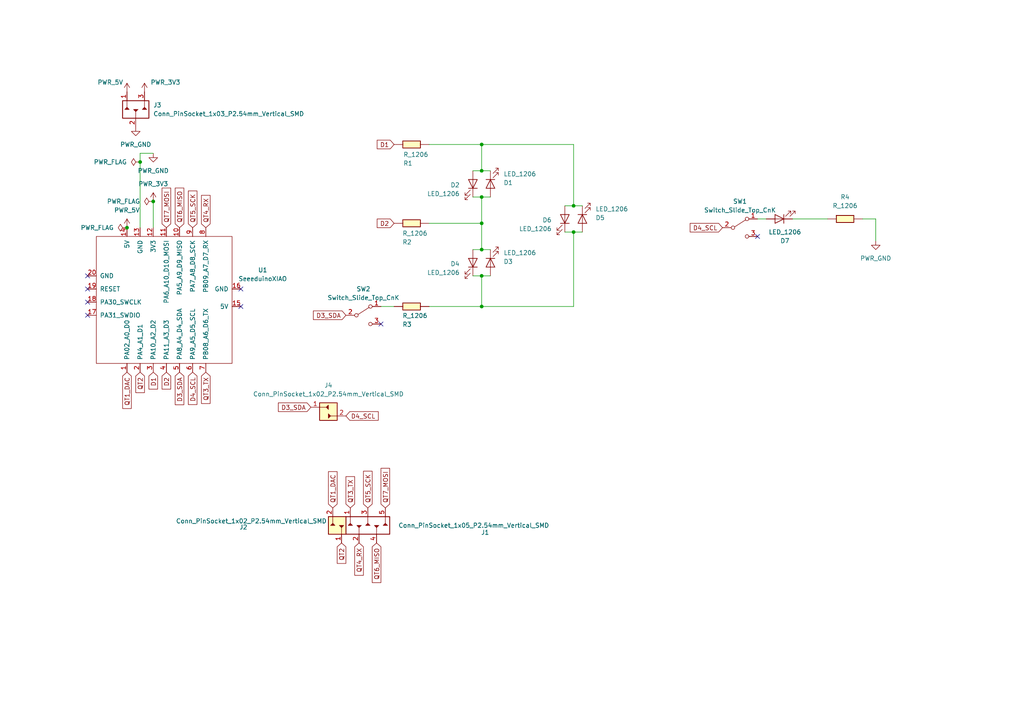
<source format=kicad_sch>
(kicad_sch (version 20231120) (generator "eeschema") (generator_version "8.0")
  (paper "A4")
  (lib_symbols
    (symbol "Seeeduino XIAO:SeeeduinoXIAO" (pin_names (offset 1.016))
      (property "Reference" "U" (at -19.05 22.86 0))
      (property "Value" "SeeeduinoXIAO" (at -12.7 21.59 0))
      (symbol "SeeeduinoXIAO_0_1"
        (rectangle (start -19.05 20.32) (end 17.78 -19.05))
      )
      (symbol "SeeeduinoXIAO_1_1"
        (pin unspecified line (at -21.59 11.43 0) (length 2.54) (name "PA02_A0_D0") (number "1"))
        (pin unspecified line (at 20.32 -3.81 180) (length 2.54) (name "PA5_A9_D9_MISO") (number "10"))
        (pin unspecified line (at 20.32 0 180) (length 2.54) (name "PA6_A10_D10_MOSI") (number "11"))
        (pin unspecified line (at 20.32 3.81 180) (length 2.54) (name "3V3") (number "12"))
        (pin unspecified line (at 20.32 7.62 180) (length 2.54) (name "GND") (number "13"))
        (pin unspecified line (at 20.32 11.43 180) (length 2.54) (name "5V") (number "14"))
        (pin input line (at -2.54 -21.59 90) (length 2.54) (name "5V") (number "15"))
        (pin input line (at 2.54 -21.59 90) (length 2.54) (name "GND") (number "16"))
        (pin input line (at -5.08 22.86 270) (length 2.54) (name "PA31_SWDIO") (number "17"))
        (pin input line (at -1.27 22.86 270) (length 2.54) (name "PA30_SWCLK") (number "18"))
        (pin input line (at 2.54 22.86 270) (length 2.54) (name "RESET") (number "19"))
        (pin unspecified line (at -21.59 7.62 0) (length 2.54) (name "PA4_A1_D1") (number "2"))
        (pin input line (at 6.35 22.86 270) (length 2.54) (name "GND") (number "20"))
        (pin unspecified line (at -21.59 3.81 0) (length 2.54) (name "PA10_A2_D2") (number "3"))
        (pin unspecified line (at -21.59 0 0) (length 2.54) (name "PA11_A3_D3") (number "4"))
        (pin unspecified line (at -21.59 -3.81 0) (length 2.54) (name "PA8_A4_D4_SDA") (number "5"))
        (pin unspecified line (at -21.59 -7.62 0) (length 2.54) (name "PA9_A5_D5_SCL") (number "6"))
        (pin unspecified line (at -21.59 -11.43 0) (length 2.54) (name "PB08_A6_D6_TX") (number "7"))
        (pin unspecified line (at 20.32 -11.43 180) (length 2.54) (name "PB09_A7_D7_RX") (number "8"))
        (pin unspecified line (at 20.32 -7.62 180) (length 2.54) (name "PA7_A8_D8_SCK") (number "9"))
      )
    )
    (symbol "fab:Conn_PinSocket_1x02_P2.54mm_Vertical_SMD" (pin_names hide)
      (property "Reference" "J" (at 0 3.81 0))
      (property "Value" "Conn_PinSocket_1x02_P2.54mm_Vertical_SMD" (at 0 -3.81 0))
      (symbol "Conn_PinSocket_1x02_P2.54mm_Vertical_SMD_0_0"
        (rectangle (start -2.54 2.54) (end 2.54 -2.54) (stroke (width 0.254)) (fill (type background)))
        (polyline (pts (xy 0 -1.27) (xy -2.54 -1.27)))
        (polyline (pts (xy 2.54 1.27) (xy 0 1.27)))
        (polyline (pts (xy 0 -1.905) (xy -0.635 -1.27) (xy 0 -0.635) (xy 0 -1.905)) (fill (type outline)))
        (polyline (pts (xy 0 0.635) (xy 0.635 1.27) (xy 0 1.905) (xy 0 0.635)) (fill (type outline)))
      )
      (symbol "Conn_PinSocket_1x02_P2.54mm_Vertical_SMD_1_1"
        (pin passive line (at 5.08 1.27 180) (length 2.54) (name "Pin_1") (number "1"))
        (pin passive line (at -5.08 -1.27 0) (length 2.54) (name "Pin_2") (number "2"))
      )
    )
    (symbol "fab:Conn_PinSocket_1x03_P2.54mm_Vertical_SMD" (pin_names hide)
      (property "Reference" "J" (at 0 5.08 0))
      (property "Value" "Conn_PinSocket_1x03_P2.54mm_Vertical_SMD" (at 0 -5.08 0))
      (symbol "Conn_PinSocket_1x03_P2.54mm_Vertical_SMD_0_0"
        (polyline (pts (xy 0 0) (xy -2.54 0)))
        (polyline (pts (xy 2.54 -2.54) (xy 0 -2.54)))
        (polyline (pts (xy 2.54 2.54) (xy 0 2.54)))
        (polyline (pts (xy 0 -3.175) (xy 0.635 -2.54) (xy 0 -1.905) (xy 0 -3.175)) (fill (type outline)))
        (polyline (pts (xy 0 -0.635) (xy -0.635 0) (xy 0 0.635) (xy 0 -0.635)) (fill (type outline)))
        (polyline (pts (xy 0 1.905) (xy 0.635 2.54) (xy 0 3.175) (xy 0 1.905)) (fill (type outline)))
      )
      (symbol "Conn_PinSocket_1x03_P2.54mm_Vertical_SMD_1_0"
        (rectangle (start -2.54 3.81) (end 2.54 -3.81) (stroke (width 0.254)))
      )
      (symbol "Conn_PinSocket_1x03_P2.54mm_Vertical_SMD_1_1"
        (pin passive line (at 5.08 2.54 180) (length 2.54) (name "Pin_1") (number "1"))
        (pin passive line (at -5.08 0 0) (length 2.54) (name "Pin_2") (number "2"))
        (pin passive line (at 5.08 -2.54 180) (length 2.54) (name "Pin_1") (number "3"))
      )
    )
    (symbol "fab:Conn_PinSocket_1x05_P2.54mm_Vertical_SMD" (pin_names hide)
      (property "Reference" "J" (at 0 7.62 0))
      (property "Value" "Conn_PinSocket_1x05_P2.54mm_Vertical_SMD" (at 0 -7.62 0))
      (symbol "Conn_PinSocket_1x05_P2.54mm_Vertical_SMD_0_0"
        (polyline (pts (xy 0 -2.54) (xy -2.54 -2.54)))
        (polyline (pts (xy 0 2.54) (xy -2.54 2.54)))
        (polyline (pts (xy 2.54 -5.08) (xy 0 -5.08)))
        (polyline (pts (xy 2.54 0) (xy 0 0)))
        (polyline (pts (xy 2.54 5.08) (xy 0 5.08)))
        (polyline (pts (xy 0 -5.715) (xy 0.635 -5.08) (xy 0 -4.445) (xy 0 -5.715)) (fill (type outline)))
        (polyline (pts (xy 0 -3.175) (xy -0.635 -2.54) (xy 0 -1.905) (xy 0 -3.175)) (fill (type outline)))
        (polyline (pts (xy 0 -0.635) (xy 0.635 0) (xy 0 0.635) (xy 0 -0.635)) (fill (type outline)))
        (polyline (pts (xy 0 1.905) (xy -0.635 2.54) (xy 0 3.175) (xy 0 1.905)) (fill (type outline)))
        (polyline (pts (xy 0 4.445) (xy 0.635 5.08) (xy 0 5.715) (xy 0 4.445)) (fill (type outline)))
      )
      (symbol "Conn_PinSocket_1x05_P2.54mm_Vertical_SMD_1_0"
        (rectangle (start -2.54 6.35) (end 2.54 -6.35) (stroke (width 0.254)))
      )
      (symbol "Conn_PinSocket_1x05_P2.54mm_Vertical_SMD_1_1"
        (pin passive line (at 5.08 5.08 180) (length 2.54) (name "Pin_1") (number "1"))
        (pin passive line (at -5.08 2.54 0) (length 2.54) (name "Pin_2") (number "2"))
        (pin passive line (at 5.08 0 180) (length 2.54) (name "Pin_1") (number "3"))
        (pin passive line (at -5.08 -2.54 0) (length 2.54) (name "Pin_2") (number "4"))
        (pin passive line (at 5.08 -5.08 180) (length 2.54) (name "Pin_1") (number "5"))
      )
    )
    (symbol "fab:LED_1206" (pin_numbers hide) (pin_names (offset 1.016) hide)
      (property "Reference" "D" (at 0 2.54 0))
      (property "Value" "LED_1206" (at 0 -2.54 0))
      (symbol "LED_1206_0_1"
        (polyline (pts (xy -1.27 -1.27) (xy -1.27 1.27)) (stroke (width 0.2032)))
        (polyline (pts (xy -1.27 0) (xy 1.27 0)))
        (polyline (pts (xy 1.27 -1.27) (xy 1.27 1.27) (xy -1.27 0) (xy 1.27 -1.27)) (stroke (width 0.2032)))
        (polyline (pts (xy -3.048 -0.762) (xy -4.572 -2.286) (xy -3.81 -2.286) (xy -4.572 -2.286) (xy -4.572 -1.524)))
        (polyline (pts (xy -1.778 -0.762) (xy -3.302 -2.286) (xy -2.54 -2.286) (xy -3.302 -2.286) (xy -3.302 -1.524)))
      )
      (symbol "LED_1206_1_1"
        (pin passive line (at -3.81 0 0) (length 2.54) (name "K") (number "1"))
        (pin passive line (at 3.81 0 180) (length 2.54) (name "A") (number "2"))
      )
    )
    (symbol "fab:PWR_3V3" (power) (pin_names (offset 0))
      (property "Value" "PWR_3V3" (at 0 3.556 0))
      (symbol "PWR_3V3_0_1"
        (polyline (pts (xy -0.762 1.27) (xy 0 2.54)))
        (polyline (pts (xy 0 0) (xy 0 2.54)))
        (polyline (pts (xy 0 2.54) (xy 0.762 1.27)))
      )
      (symbol "PWR_3V3_1_1"
        (pin power_in line (at 0 0 90) (length 0) hide (name "PWR_3V3") (number "1"))
      )
    )
    (symbol "fab:PWR_5V" (power) (pin_names (offset 0))
      (property "Value" "PWR_5V" (at 0 3.556 0))
      (symbol "PWR_5V_0_1"
        (polyline (pts (xy -0.762 1.27) (xy 0 2.54)))
        (polyline (pts (xy 0 0) (xy 0 2.54)))
        (polyline (pts (xy 0 2.54) (xy 0.762 1.27)))
      )
      (symbol "PWR_5V_1_1"
        (pin power_in line (at 0 0 90) (length 0) hide (name "PWR_5V") (number "1"))
      )
    )
    (symbol "fab:PWR_FLAG" (power) (pin_numbers hide) (pin_names (offset 0) hide)
      (property "Value" "PWR_FLAG" (at 0 3.81 0))
      (symbol "PWR_FLAG_0_1"
        (polyline (pts (xy 0 0) (xy 0 1.27) (xy -1.016 1.905) (xy 0 2.54) (xy 1.016 1.905) (xy 0 1.27)))
      )
      (symbol "PWR_FLAG_1_0"
        (pin power_out line (at 0 0 90) (length 0) (name "PWR_FLAG") (number "1"))
      )
    )
    (symbol "fab:PWR_GND" (power) (pin_names (offset 0))
      (property "Value" "PWR_GND" (at 0 -3.81 0))
      (symbol "PWR_GND_0_1"
        (polyline (pts (xy 0 0) (xy 0 -1.27) (xy 1.27 -1.27) (xy 0 -2.54) (xy -1.27 -1.27) (xy 0 -1.27)))
      )
      (symbol "PWR_GND_1_1"
        (pin power_in line (at 0 0 270) (length 0) hide (name "PWR_GND") (number "1"))
      )
    )
    (symbol "fab:R_1206" (pin_numbers hide) (pin_names (offset 0))
      (property "Reference" "R" (at 2.54 0 90))
      (property "Value" "R_1206" (at -2.54 0 90))
      (symbol "R_1206_0_1"
        (rectangle (start -1.016 -2.54) (end 1.016 2.54) (stroke (width 0.254)) (fill (type background)))
      )
      (symbol "R_1206_1_1"
        (pin passive line (at 0 5.08 270) (length 2.54) (name "~") (number "1"))
        (pin passive line (at 0 -5.08 90) (length 2.54) (name "~") (number "2"))
      )
    )
    (symbol "fab:Switch_Slide_Top_CnK" (pin_names (offset 0) hide)
      (property "Reference" "SW" (at 0 4.318 0))
      (property "Value" "Switch_Slide_Top_CnK" (at 0 -5.08 0))
      (symbol "Switch_Slide_Top_CnK_0_0"
        (circle (center -2.032 0) (radius 0.508))
        (circle (center 2.032 -2.54) (radius 0.508))
      )
      (symbol "Switch_Slide_Top_CnK_0_1"
        (polyline (pts (xy -1.524 0.254) (xy 1.651 2.286)))
        (circle (center 2.032 2.54) (radius 0.508))
      )
      (symbol "Switch_Slide_Top_CnK_1_1"
        (pin passive line (at 5.08 2.54 180) (length 2.54) (name "A") (number "1"))
        (pin passive line (at -5.08 0 0) (length 2.54) (name "B") (number "2"))
        (pin passive line (at 5.08 -2.54 180) (length 2.54) (name "C") (number "3"))
      )
    )
  )
  (junction (at 44.45 58.42))
  (junction (at 166.37 59.69))
  (junction (at 139.7 41.91))
  (junction (at 139.7 64.77))
  (junction (at 139.7 49.53))
  (junction (at 139.7 72.39))
  (junction (at 139.7 80.01))
  (junction (at 40.64 46.99))
  (junction (at 139.7 57.15))
  (junction (at 166.37 67.31))
  (junction (at 139.7 88.9))
  (junction (at 36.83 66.04))
  (no_connect (at 69.85 88.9))
  (no_connect (at 219.71 68.58))
  (no_connect (at 110.49 93.98))
  (no_connect (at 25.4 91.44))
  (no_connect (at 69.85 83.82))
  (no_connect (at 25.4 83.82))
  (no_connect (at 25.4 80.01))
  (no_connect (at 25.4 87.63))
  (wire (pts (xy 139.7 64.77) (xy 124.46 64.77)))
  (wire (pts (xy 124.46 41.91) (xy 139.7 41.91)))
  (wire (pts (xy 254 69.85) (xy 254 63.5)))
  (wire (pts (xy 219.71 63.5) (xy 222.25 63.5)))
  (wire (pts (xy 142.24 72.39) (xy 139.7 72.39)))
  (wire (pts (xy 166.37 67.31) (xy 163.83 67.31)))
  (wire (pts (xy 40.64 66.04) (xy 40.64 46.99)))
  (wire (pts (xy 142.24 49.53) (xy 139.7 49.53)))
  (wire (pts (xy 44.45 58.42) (xy 44.45 66.04)))
  (wire (pts (xy 168.91 59.69) (xy 166.37 59.69)))
  (wire (pts (xy 110.49 88.9) (xy 114.3 88.9)))
  (wire (pts (xy 142.24 57.15) (xy 139.7 57.15)))
  (wire (pts (xy 139.7 57.15) (xy 137.16 57.15)))
  (wire (pts (xy 166.37 41.91) (xy 166.37 59.69)))
  (wire (pts (xy 139.7 49.53) (xy 137.16 49.53)))
  (wire (pts (xy 254 63.5) (xy 250.19 63.5)))
  (wire (pts (xy 40.64 46.99) (xy 40.64 44.45)))
  (wire (pts (xy 139.7 88.9) (xy 124.46 88.9)))
  (wire (pts (xy 139.7 80.01) (xy 139.7 88.9)))
  (wire (pts (xy 139.7 41.91) (xy 166.37 41.91)))
  (wire (pts (xy 142.24 80.01) (xy 139.7 80.01)))
  (wire (pts (xy 139.7 72.39) (xy 137.16 72.39)))
  (wire (pts (xy 166.37 88.9) (xy 139.7 88.9)))
  (wire (pts (xy 229.87 63.5) (xy 240.03 63.5)))
  (wire (pts (xy 40.64 44.45) (xy 44.45 44.45)))
  (wire (pts (xy 139.7 57.15) (xy 139.7 64.77)))
  (wire (pts (xy 139.7 41.91) (xy 139.7 49.53)))
  (wire (pts (xy 139.7 80.01) (xy 137.16 80.01)))
  (wire (pts (xy 168.91 67.31) (xy 166.37 67.31)))
  (wire (pts (xy 139.7 64.77) (xy 139.7 72.39)))
  (wire (pts (xy 166.37 59.69) (xy 163.83 59.69)))
  (wire (pts (xy 166.37 67.31) (xy 166.37 88.9)))
  (global_label "D1" (shape input) (at 114.3 41.91 180) (property "Intersheetrefs" "${INTERSHEET_REFS}" (effects (hide yes))))
  (global_label "D3_SDA" (shape input) (at 52.07 107.95 270) (property "Intersheetrefs" "${INTERSHEET_REFS}" (effects (hide yes))))
  (global_label "D3_SDA" (shape input) (at 100.33 91.44 180) (property "Intersheetrefs" "${INTERSHEET_REFS}" (effects (hide yes))))
  (global_label "D4_SCL" (shape input) (at 100.33 120.65 0) (property "Intersheetrefs" "${INTERSHEET_REFS}" (effects (hide yes))))
  (global_label "D3_SDA" (shape input) (at 90.17 118.11 180) (property "Intersheetrefs" "${INTERSHEET_REFS}" (effects (hide yes))))
  (global_label "QT5_SCK" (shape input) (at 106.68 147.32 90) (property "Intersheetrefs" "${INTERSHEET_REFS}" (effects (hide yes))))
  (global_label "QT3_TX" (shape input) (at 59.69 107.95 270) (property "Intersheetrefs" "${INTERSHEET_REFS}" (effects (hide yes))))
  (global_label "D4_SCL" (shape input) (at 209.55 66.04 180) (property "Intersheetrefs" "${INTERSHEET_REFS}" (effects (hide yes))))
  (global_label "D4_SCL" (shape input) (at 55.88 107.95 270) (property "Intersheetrefs" "${INTERSHEET_REFS}" (effects (hide yes))))
  (global_label "QT1_DAC" (shape input) (at 36.83 107.95 270) (property "Intersheetrefs" "${INTERSHEET_REFS}" (effects (hide yes))))
  (global_label "QT2" (shape input) (at 40.64 107.95 270) (property "Intersheetrefs" "${INTERSHEET_REFS}" (effects (hide yes))))
  (global_label "QT7_MOSI" (shape input) (at 48.26 66.04 90) (property "Intersheetrefs" "${INTERSHEET_REFS}" (effects (hide yes))))
  (global_label "D1" (shape input) (at 44.45 107.95 270) (property "Intersheetrefs" "${INTERSHEET_REFS}" (effects (hide yes))))
  (global_label "QT3_TX" (shape input) (at 101.6 147.32 90) (property "Intersheetrefs" "${INTERSHEET_REFS}" (effects (hide yes))))
  (global_label "D2" (shape input) (at 114.3 64.77 180) (property "Intersheetrefs" "${INTERSHEET_REFS}" (effects (hide yes))))
  (global_label "QT6_MISO" (shape input) (at 52.07 66.04 90) (property "Intersheetrefs" "${INTERSHEET_REFS}" (effects (hide yes))))
  (global_label "QT4_RX" (shape input) (at 104.14 157.48 270) (property "Intersheetrefs" "${INTERSHEET_REFS}" (effects (hide yes))))
  (global_label "QT5_SCK" (shape input) (at 55.88 66.04 90) (property "Intersheetrefs" "${INTERSHEET_REFS}" (effects (hide yes))))
  (global_label "QT2" (shape input) (at 99.06 157.48 270) (property "Intersheetrefs" "${INTERSHEET_REFS}" (effects (hide yes))))
  (global_label "QT4_RX" (shape input) (at 59.69 66.04 90) (property "Intersheetrefs" "${INTERSHEET_REFS}" (effects (hide yes))))
  (global_label "QT7_MOSI" (shape input) (at 111.76 147.32 90) (property "Intersheetrefs" "${INTERSHEET_REFS}" (effects (hide yes))))
  (global_label "D2" (shape input) (at 48.26 107.95 270) (property "Intersheetrefs" "${INTERSHEET_REFS}" (effects (hide yes))))
  (global_label "QT1_DAC" (shape input) (at 96.52 147.32 90) (property "Intersheetrefs" "${INTERSHEET_REFS}" (effects (hide yes))))
  (global_label "QT6_MISO" (shape input) (at 109.22 157.48 270) (property "Intersheetrefs" "${INTERSHEET_REFS}" (effects (hide yes))))
  (symbol (lib_id "fab:LED_1206") (at 137.16 53.34 270) (mirror x) (unit 1)
    (property "Reference" "D2" (at 133.35 53.6701 90) (effects (justify right)))
    (property "Value" "LED_1206" (at 133.35 56.2101 90) (effects (justify right)))
    (property "Footprint" "fab:LED_1206" (effects (hide yes)))
    (property "Datasheet" "https://optoelectronics.liteon.com/upload/download/DS-22-98-0002/LTST-C150CKT.pdf" (effects (hide yes)))
    (property "Description" "Light emitting diode, Lite-On Inc. LTST, SMD" (effects (hide yes)))
  )
  (symbol (lib_id "fab:R_1206") (at 119.38 41.91 270) (unit 1)
    (property "Reference" "R1" (at 116.967 47.371 90) (effects (justify left)))
    (property "Value" "R_1206" (at 116.967 44.831 90) (effects (justify left)))
    (property "Footprint" "fab:R_1206" (effects (hide yes)))
    (property "Description" "Resistor" (effects (hide yes)))
  )
  (symbol (lib_id "fab:PWR_GND") (at 254 69.85 0) (unit 1)
    (property "Reference" "#PWR07" (effects (hide yes)))
    (property "Value" "PWR_GND" (at 254 74.93 0))
    (property "Description" "Power symbol creates a global label with name \"GND\" , ground" (effects (hide yes)))
  )
  (symbol (lib_id "fab:LED_1206") (at 142.24 76.2 90) (mirror x) (unit 1)
    (property "Reference" "D3" (at 146.05 75.8699 90) (effects (justify right)))
    (property "Value" "LED_1206" (at 146.05 73.3299 90) (effects (justify right)))
    (property "Footprint" "fab:LED_1206" (effects (hide yes)))
    (property "Datasheet" "https://optoelectronics.liteon.com/upload/download/DS-22-98-0002/LTST-C150CKT.pdf" (effects (hide yes)))
    (property "Description" "Light emitting diode, Lite-On Inc. LTST, SMD" (effects (hide yes)))
  )
  (symbol (lib_id "fab:PWR_3V3") (at 41.91 26.67 0) (unit 1)
    (property "Reference" "#PWR02" (effects (hide yes)))
    (property "Value" "PWR_3V3" (at 48.006 23.876 0))
    (property "Description" "Power symbol creates a global label with name \"+3V3\"" (effects (hide yes)))
  )
  (symbol (lib_id "fab:LED_1206") (at 163.83 63.5 270) (mirror x) (unit 1)
    (property "Reference" "D6" (at 160.02 63.8301 90) (effects (justify right)))
    (property "Value" "LED_1206" (at 160.02 66.3701 90) (effects (justify right)))
    (property "Footprint" "fab:LED_1206" (effects (hide yes)))
    (property "Datasheet" "https://optoelectronics.liteon.com/upload/download/DS-22-98-0002/LTST-C150CKT.pdf" (effects (hide yes)))
    (property "Description" "Light emitting diode, Lite-On Inc. LTST, SMD" (effects (hide yes)))
  )
  (symbol (lib_id "fab:PWR_3V3") (at 44.45 58.42 0) (unit 1)
    (property "Reference" "#PWR01" (effects (hide yes)))
    (property "Value" "PWR_3V3" (at 44.45 53.34 0))
    (property "Description" "Power symbol creates a global label with name \"+3V3\"" (effects (hide yes)))
  )
  (symbol (lib_id "fab:Conn_PinSocket_1x03_P2.54mm_Vertical_SMD") (at 39.37 31.75 90) (unit 1)
    (property "Reference" "J3" (at 44.45 30.4799 90) (effects (justify right)))
    (property "Value" "Conn_PinSocket_1x03_P2.54mm_Vertical_SMD" (at 44.45 33.0199 90) (effects (justify right)))
    (property "Footprint" "fab:PinSocket_1x03_P2.54mm_Vertical_SMD" (effects (hide yes)))
    (property "Datasheet" "https://media.digikey.com/pdf/Data%20Sheets/Sullins%20PDFs/NPxCxx1KFXx-RC%2010487-D.pdf" (effects (hide yes)))
    (property "Description" "Top or Bottom Entry Connector 0.100\" (2.54mm) Surface Mount Tin" (effects (hide yes)))
  )
  (symbol (lib_id "fab:PWR_GND") (at 44.45 44.45 0) (unit 1)
    (property "Reference" "#PWR03" (effects (hide yes)))
    (property "Value" "PWR_GND" (at 44.45 49.53 0))
    (property "Description" "Power symbol creates a global label with name \"GND\" , ground" (effects (hide yes)))
  )
  (symbol (lib_id "fab:R_1206") (at 119.38 64.77 270) (unit 1)
    (property "Reference" "R2" (at 116.713 70.231 90) (effects (justify left)))
    (property "Value" "R_1206" (at 116.713 67.691 90) (effects (justify left)))
    (property "Footprint" "fab:R_1206" (effects (hide yes)))
    (property "Description" "Resistor" (effects (hide yes)))
  )
  (symbol (lib_id "fab:PWR_5V") (at 36.83 26.67 0) (unit 1)
    (property "Reference" "#PWR05" (effects (hide yes)))
    (property "Value" "PWR_5V" (at 32.004 23.876 0))
    (property "Description" "Power symbol creates a global label with name \"+5V\"" (effects (hide yes)))
  )
  (symbol (lib_id "fab:LED_1206") (at 168.91 63.5 90) (mirror x) (unit 1)
    (property "Reference" "D5" (at 172.72 63.1699 90) (effects (justify right)))
    (property "Value" "LED_1206" (at 172.72 60.6299 90) (effects (justify right)))
    (property "Footprint" "fab:LED_1206" (effects (hide yes)))
    (property "Datasheet" "https://optoelectronics.liteon.com/upload/download/DS-22-98-0002/LTST-C150CKT.pdf" (effects (hide yes)))
    (property "Description" "Light emitting diode, Lite-On Inc. LTST, SMD" (effects (hide yes)))
  )
  (symbol (lib_id "fab:R_1206") (at 245.11 63.5 90) (unit 1)
    (property "Reference" "R4" (at 245.11 57.15 90))
    (property "Value" "R_1206" (at 245.11 59.69 90))
    (property "Footprint" "fab:R_1206" (effects (hide yes)))
    (property "Description" "Resistor" (effects (hide yes)))
  )
  (symbol (lib_id "fab:Switch_Slide_Top_CnK") (at 105.41 91.44 0) (unit 1)
    (property "Reference" "SW2" (at 105.41 83.82 0))
    (property "Value" "Switch_Slide_Top_CnK" (at 105.41 86.36 0))
    (property "Footprint" "fab:Switch_Slide_Top_CnK_JS102011JCQN_8.5x3.5mm" (effects (hide yes)))
    (property "Datasheet" "https://www.ckswitches.com/media/1422/js.pdf" (effects (hide yes)))
    (property "Description" "Slide Switch SPDT Surface Mount" (effects (hide yes)))
  )
  (symbol (lib_id "fab:R_1206") (at 119.38 88.9 270) (unit 1)
    (property "Reference" "R3" (at 116.713 94.107 90) (effects (justify left)))
    (property "Value" "R_1206" (at 116.713 91.567 90) (effects (justify left)))
    (property "Footprint" "fab:R_1206" (effects (hide yes)))
    (property "Description" "Resistor" (effects (hide yes)))
  )
  (symbol (lib_id "fab:LED_1206") (at 142.24 53.34 90) (mirror x) (unit 1)
    (property "Reference" "D1" (at 146.05 53.0099 90) (effects (justify right)))
    (property "Value" "LED_1206" (at 146.05 50.4699 90) (effects (justify right)))
    (property "Footprint" "fab:LED_1206" (effects (hide yes)))
    (property "Datasheet" "https://optoelectronics.liteon.com/upload/download/DS-22-98-0002/LTST-C150CKT.pdf" (effects (hide yes)))
    (property "Description" "Light emitting diode, Lite-On Inc. LTST, SMD" (effects (hide yes)))
  )
  (symbol (lib_id "fab:Switch_Slide_Top_CnK") (at 214.63 66.04 0) (unit 1)
    (property "Reference" "SW1" (at 214.63 58.42 0))
    (property "Value" "Switch_Slide_Top_CnK" (at 214.63 60.96 0))
    (property "Footprint" "fab:Switch_Slide_Top_CnK_JS102011JCQN_8.5x3.5mm" (effects (hide yes)))
    (property "Datasheet" "https://www.ckswitches.com/media/1422/js.pdf" (effects (hide yes)))
    (property "Description" "Slide Switch SPDT Surface Mount" (effects (hide yes)))
  )
  (symbol (lib_id "Seeeduino XIAO:SeeeduinoXIAO") (at 48.26 86.36 90) (unit 1)
    (property "Reference" "U1" (at 76.2 78.3238 90))
    (property "Value" "SeeeduinoXIAO" (at 76.2 80.8638 90))
    (property "Footprint" "fab:SeeedStudio_XIAO_SocketSMD" (effects (hide yes)))
  )
  (symbol (lib_id "fab:Conn_PinSocket_1x02_P2.54mm_Vertical_SMD") (at 97.79 152.4 270) (unit 1)
    (property "Reference" "J2" (at 70.612 152.908 90))
    (property "Value" "Conn_PinSocket_1x02_P2.54mm_Vertical_SMD" (at 72.898 151.13 90))
    (property "Footprint" "fab:PinSocket_1x02_P2.54mm_Vertical_SMD" (effects (hide yes)))
    (property "Datasheet" "https://media.digikey.com/pdf/Data%20Sheets/Sullins%20PDFs/NPxCxx1KFXx-RC%2010487-D.pdf" (effects (hide yes)))
    (property "Description" "2 Position Header, Top or Bottom Entry Connector 0.100\" (2.54mm) Surface Mount Tin" (effects (hide yes)))
  )
  (symbol (lib_id "fab:PWR_5V") (at 36.83 66.04 0) (unit 1)
    (property "Reference" "#PWR04" (effects (hide yes)))
    (property "Value" "PWR_5V" (at 36.83 60.96 0))
    (property "Description" "Power symbol creates a global label with name \"+5V\"" (effects (hide yes)))
  )
  (symbol (lib_id "fab:PWR_FLAG") (at 40.64 46.99 90) (unit 1)
    (property "Reference" "#FLG02" (effects (hide yes)))
    (property "Value" "PWR_FLAG" (at 36.83 46.9899 90) (effects (justify left)))
    (property "Description" "Special symbol for telling ERC where power comes from" (effects (hide yes)))
  )
  (symbol (lib_id "fab:LED_1206") (at 137.16 76.2 270) (mirror x) (unit 1)
    (property "Reference" "D4" (at 133.35 76.5301 90) (effects (justify right)))
    (property "Value" "LED_1206" (at 133.35 79.0701 90) (effects (justify right)))
    (property "Footprint" "fab:LED_1206" (effects (hide yes)))
    (property "Datasheet" "https://optoelectronics.liteon.com/upload/download/DS-22-98-0002/LTST-C150CKT.pdf" (effects (hide yes)))
    (property "Description" "Light emitting diode, Lite-On Inc. LTST, SMD" (effects (hide yes)))
  )
  (symbol (lib_id "fab:PWR_FLAG") (at 36.83 66.04 90) (unit 1)
    (property "Reference" "#FLG01" (effects (hide yes)))
    (property "Value" "PWR_FLAG" (at 33.02 66.0399 90) (effects (justify left)))
    (property "Description" "Special symbol for telling ERC where power comes from" (effects (hide yes)))
  )
  (symbol (lib_id "fab:LED_1206") (at 226.06 63.5 180) (unit 1)
    (property "Reference" "D7" (at 227.6602 69.85 0))
    (property "Value" "LED_1206" (at 227.6602 67.31 0))
    (property "Footprint" "fab:LED_1206" (effects (hide yes)))
    (property "Datasheet" "https://optoelectronics.liteon.com/upload/download/DS-22-98-0002/LTST-C150CKT.pdf" (effects (hide yes)))
    (property "Description" "Light emitting diode, Lite-On Inc. LTST, SMD" (effects (hide yes)))
  )
  (symbol (lib_id "fab:Conn_PinSocket_1x02_P2.54mm_Vertical_SMD") (at 95.25 119.38 0) (mirror y) (unit 1)
    (property "Reference" "J4" (at 95.25 111.76 0))
    (property "Value" "Conn_PinSocket_1x02_P2.54mm_Vertical_SMD" (at 95.25 114.3 0))
    (property "Footprint" "fab:PinSocket_1x02_P2.54mm_Vertical_SMD" (effects (hide yes)))
    (property "Datasheet" "https://media.digikey.com/pdf/Data%20Sheets/Sullins%20PDFs/NPxCxx1KFXx-RC%2010487-D.pdf" (effects (hide yes)))
    (property "Description" "2 Position Header, Top or Bottom Entry Connector 0.100\" (2.54mm) Surface Mount Tin" (effects (hide yes)))
  )
  (symbol (lib_id "fab:Conn_PinSocket_1x05_P2.54mm_Vertical_SMD") (at 106.68 152.4 90) (unit 1)
    (property "Reference" "J1" (at 140.716 154.432 90))
    (property "Value" "Conn_PinSocket_1x05_P2.54mm_Vertical_SMD" (at 137.414 152.4 90))
    (property "Footprint" "fab:PinSocket_1x05_P2.54mm_Vertical_SMD" (effects (hide yes)))
    (property "Datasheet" "https://media.digikey.com/pdf/Data%20Sheets/Sullins%20PDFs/NPxCxx1KFXx-RC%2010487-D.pdf" (effects (hide yes)))
    (property "Description" "Top or Bottom Entry Connector 0.100\" (2.54mm) Surface Mount Tin" (effects (hide yes)))
  )
  (symbol (lib_id "fab:PWR_GND") (at 39.37 36.83 0) (unit 1)
    (property "Reference" "#PWR06" (effects (hide yes)))
    (property "Value" "PWR_GND" (at 39.37 41.91 0))
    (property "Description" "Power symbol creates a global label with name \"GND\" , ground" (effects (hide yes)))
  )
  (symbol (lib_id "fab:PWR_FLAG") (at 44.45 58.42 90) (unit 1)
    (property "Reference" "#FLG03" (effects (hide yes)))
    (property "Value" "PWR_FLAG" (at 40.64 58.4199 90) (effects (justify left)))
    (property "Description" "Special symbol for telling ERC where power comes from" (effects (hide yes)))
  )
)
</source>
